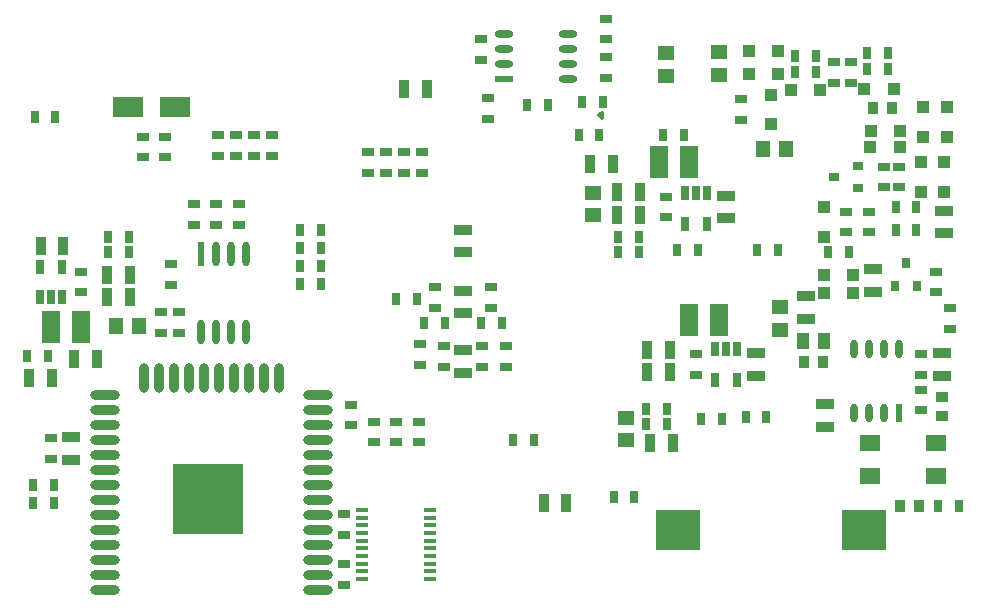
<source format=gbp>
G04 #@! TF.GenerationSoftware,KiCad,Pcbnew,5.0.0-rc2+dfsg1-3*
G04 #@! TF.CreationDate,2018-07-04T13:00:34+02:00*
G04 #@! TF.ProjectId,ulx3s,756C7833732E6B696361645F70636200,rev?*
G04 #@! TF.SameCoordinates,Original*
G04 #@! TF.FileFunction,Paste,Bot*
G04 #@! TF.FilePolarity,Positive*
%FSLAX46Y46*%
G04 Gerber Fmt 4.6, Leading zero omitted, Abs format (unit mm)*
G04 Created by KiCad (PCBNEW 5.0.0-rc2+dfsg1-3) date Wed Jul  4 13:00:34 2018*
%MOMM*%
%LPD*%
G01*
G04 APERTURE LIST*
%ADD10C,0.350000*%
%ADD11R,3.700000X3.500000*%
%ADD12R,1.550000X0.600000*%
%ADD13O,1.550000X0.600000*%
%ADD14R,0.600000X2.100000*%
%ADD15O,0.600000X2.100000*%
%ADD16R,0.600000X1.550000*%
%ADD17O,0.600000X1.550000*%
%ADD18R,1.000000X0.400000*%
%ADD19R,0.700000X1.200000*%
%ADD20O,2.500000X0.900000*%
%ADD21O,0.900000X2.500000*%
%ADD22R,6.000000X6.000000*%
%ADD23R,1.800000X1.400000*%
%ADD24R,0.970000X1.500000*%
%ADD25R,0.670000X1.000000*%
%ADD26R,1.500000X0.970000*%
%ADD27R,1.000000X0.670000*%
%ADD28R,1.000000X1.000000*%
%ADD29R,1.500000X2.700000*%
%ADD30R,1.295000X1.400000*%
%ADD31R,1.400000X1.295000*%
%ADD32R,2.500000X1.800000*%
%ADD33R,0.800000X0.900000*%
%ADD34R,0.900000X0.800000*%
%ADD35R,0.820000X1.000000*%
%ADD36R,1.000000X0.820000*%
%ADD37R,1.120000X1.400000*%
G04 APERTURE END LIST*
D10*
G04 #@! TO.C,GPDI1*
X150296000Y-71062000D02*
X150046000Y-70812000D01*
X150046000Y-70812000D02*
X150296000Y-70562000D01*
X150296000Y-70562000D02*
X150296000Y-71062000D01*
G04 #@! TD*
D11*
G04 #@! TO.C,BAT1*
X172485000Y-105870000D03*
X156685000Y-105870000D03*
G04 #@! TD*
D12*
G04 #@! TO.C,U11*
X141980000Y-67706500D03*
D13*
X141980000Y-66436500D03*
X141980000Y-65166500D03*
X141980000Y-63896500D03*
X147380000Y-63896500D03*
X147380000Y-65166500D03*
X147380000Y-66436500D03*
X147380000Y-67706500D03*
G04 #@! TD*
D14*
G04 #@! TO.C,U10*
X116340000Y-82520000D03*
D15*
X117610000Y-82520000D03*
X118880000Y-82520000D03*
X120150000Y-82520000D03*
X120150000Y-89124000D03*
X118880000Y-89124000D03*
X117610000Y-89124000D03*
X116340000Y-89124000D03*
G04 #@! TD*
D16*
G04 #@! TO.C,U7*
X175395000Y-96015000D03*
D17*
X174125000Y-96015000D03*
X172855000Y-96015000D03*
X171585000Y-96015000D03*
X171585000Y-90615000D03*
X172855000Y-90615000D03*
X174125000Y-90615000D03*
X175395000Y-90615000D03*
G04 #@! TD*
D18*
G04 #@! TO.C,U6*
X129935000Y-104215000D03*
X129935000Y-104865000D03*
X129935000Y-105515000D03*
X129935000Y-106165000D03*
X129935000Y-106815000D03*
X129935000Y-107465000D03*
X129935000Y-108115000D03*
X129935000Y-108765000D03*
X129935000Y-109415000D03*
X129935000Y-110065000D03*
X135735000Y-110065000D03*
X135735000Y-109415000D03*
X135735000Y-108765000D03*
X135735000Y-108115000D03*
X135735000Y-107465000D03*
X135735000Y-106815000D03*
X135735000Y-106165000D03*
X135735000Y-105515000D03*
X135735000Y-104865000D03*
X135735000Y-104215000D03*
G04 #@! TD*
D19*
G04 #@! TO.C,U5*
X157285000Y-77392000D03*
X158235000Y-77392000D03*
X159185000Y-77392000D03*
X159185000Y-79992000D03*
X157285000Y-79992000D03*
G04 #@! TD*
G04 #@! TO.C,U3*
X159825000Y-90600000D03*
X160775000Y-90600000D03*
X161725000Y-90600000D03*
X161725000Y-93200000D03*
X159825000Y-93200000D03*
G04 #@! TD*
G04 #@! TO.C,U4*
X104575000Y-86215000D03*
X103625000Y-86215000D03*
X102675000Y-86215000D03*
X102675000Y-83615000D03*
X104575000Y-83615000D03*
G04 #@! TD*
D20*
G04 #@! TO.C,U9*
X126230000Y-111000000D03*
X126230000Y-109730000D03*
X126230000Y-108460000D03*
X126230000Y-107190000D03*
X126230000Y-105920000D03*
X126230000Y-104650000D03*
X126230000Y-103380000D03*
X126230000Y-102110000D03*
X126230000Y-100840000D03*
X126230000Y-99570000D03*
X126230000Y-98300000D03*
X126230000Y-97030000D03*
X126230000Y-95760000D03*
X126230000Y-94490000D03*
D21*
X122945000Y-93000000D03*
X121675000Y-93000000D03*
X120405000Y-93000000D03*
X119135000Y-93000000D03*
X117865000Y-93000000D03*
X116595000Y-93000000D03*
X115325000Y-93000000D03*
X114055000Y-93000000D03*
X112785000Y-93000000D03*
X111515000Y-93000000D03*
D20*
X108230000Y-94490000D03*
X108230000Y-95760000D03*
X108230000Y-97030000D03*
X108230000Y-98300000D03*
X108230000Y-99570000D03*
X108230000Y-100840000D03*
X108230000Y-102110000D03*
X108230000Y-103380000D03*
X108230000Y-104650000D03*
X108230000Y-105920000D03*
X108230000Y-107190000D03*
X108230000Y-108460000D03*
X108230000Y-109730000D03*
X108230000Y-111000000D03*
D22*
X116930000Y-103300000D03*
G04 #@! TD*
D23*
G04 #@! TO.C,Y2*
X178576000Y-98522000D03*
X172976000Y-98522000D03*
X172976000Y-101322000D03*
X178576000Y-101322000D03*
G04 #@! TD*
D24*
G04 #@! TO.C,C47*
X133546000Y-68550000D03*
X135456000Y-68550000D03*
G04 #@! TD*
G04 #@! TO.C,C1*
X102748500Y-81885000D03*
X104658500Y-81885000D03*
G04 #@! TD*
D25*
G04 #@! TO.C,C2*
X153985000Y-96910000D03*
X155735000Y-96910000D03*
G04 #@! TD*
D24*
G04 #@! TO.C,C3*
X156015000Y-90630000D03*
X154105000Y-90630000D03*
G04 #@! TD*
G04 #@! TO.C,C4*
X154105000Y-92535000D03*
X156015000Y-92535000D03*
G04 #@! TD*
D26*
G04 #@! TO.C,C5*
X163315000Y-90945000D03*
X163315000Y-92855000D03*
G04 #@! TD*
D25*
G04 #@! TO.C,C6*
X151645000Y-82375000D03*
X153395000Y-82375000D03*
G04 #@! TD*
D24*
G04 #@! TO.C,C7*
X153475000Y-79200000D03*
X151565000Y-79200000D03*
G04 #@! TD*
G04 #@! TO.C,C8*
X153475000Y-77295000D03*
X151565000Y-77295000D03*
G04 #@! TD*
D26*
G04 #@! TO.C,C9*
X160775000Y-79520000D03*
X160775000Y-77610000D03*
G04 #@! TD*
D25*
G04 #@! TO.C,C10*
X108465000Y-81105000D03*
X110215000Y-81105000D03*
G04 #@! TD*
D24*
G04 #@! TO.C,C11*
X108385000Y-84280000D03*
X110295000Y-84280000D03*
G04 #@! TD*
G04 #@! TO.C,C12*
X110295000Y-86185000D03*
X108385000Y-86185000D03*
G04 #@! TD*
D26*
G04 #@! TO.C,C13*
X173221000Y-83833000D03*
X173221000Y-85743000D03*
G04 #@! TD*
D27*
G04 #@! TO.C,C14*
X175380000Y-76900000D03*
X175380000Y-75150000D03*
G04 #@! TD*
D26*
G04 #@! TO.C,C15*
X105276000Y-99967000D03*
X105276000Y-98057000D03*
G04 #@! TD*
G04 #@! TO.C,C16*
X167506000Y-88029000D03*
X167506000Y-86119000D03*
G04 #@! TD*
G04 #@! TO.C,C17*
X138500000Y-90665000D03*
X138500000Y-92575000D03*
G04 #@! TD*
D27*
G04 #@! TO.C,C18*
X150589600Y-64359000D03*
X150589600Y-62609000D03*
G04 #@! TD*
D26*
G04 #@! TO.C,C19*
X138500000Y-82375000D03*
X138500000Y-80465000D03*
G04 #@! TD*
G04 #@! TO.C,C20*
X138500000Y-87575000D03*
X138500000Y-85665000D03*
G04 #@! TD*
D24*
G04 #@! TO.C,C21*
X103706000Y-93061000D03*
X101796000Y-93061000D03*
G04 #@! TD*
G04 #@! TO.C,C22*
X154359000Y-98504000D03*
X156269000Y-98504000D03*
G04 #@! TD*
G04 #@! TO.C,C23*
X105591000Y-91392000D03*
X107501000Y-91392000D03*
G04 #@! TD*
G04 #@! TO.C,C24*
X151189000Y-74882000D03*
X149279000Y-74882000D03*
G04 #@! TD*
D27*
G04 #@! TO.C,C25*
X140900000Y-87095000D03*
X140900000Y-85345000D03*
G04 #@! TD*
G04 #@! TO.C,C26*
X136100000Y-87095000D03*
X136100000Y-85345000D03*
G04 #@! TD*
G04 #@! TO.C,C27*
X136900000Y-92095000D03*
X136900000Y-90345000D03*
G04 #@! TD*
G04 #@! TO.C,C28*
X140100000Y-90345000D03*
X140100000Y-92095000D03*
G04 #@! TD*
G04 #@! TO.C,C29*
X142100000Y-92095000D03*
X142100000Y-90345000D03*
G04 #@! TD*
G04 #@! TO.C,C30*
X134900000Y-90145000D03*
X134900000Y-91895000D03*
G04 #@! TD*
D25*
G04 #@! TO.C,C31*
X135225000Y-88420000D03*
X136975000Y-88420000D03*
G04 #@! TD*
G04 #@! TO.C,C32*
X140025000Y-88420000D03*
X141775000Y-88420000D03*
G04 #@! TD*
G04 #@! TO.C,C33*
X163425000Y-82220000D03*
X165175000Y-82220000D03*
G04 #@! TD*
G04 #@! TO.C,C34*
X158375000Y-82220000D03*
X156625000Y-82220000D03*
G04 #@! TD*
D27*
G04 #@! TO.C,C35*
X177300000Y-94025000D03*
X177300000Y-95775000D03*
G04 #@! TD*
D24*
G04 #@! TO.C,C46*
X145342000Y-103584000D03*
X147252000Y-103584000D03*
G04 #@! TD*
D25*
G04 #@! TO.C,C48*
X103995000Y-70963000D03*
X102245000Y-70963000D03*
G04 #@! TD*
G04 #@! TO.C,C49*
X103372000Y-91156000D03*
X101622000Y-91156000D03*
G04 #@! TD*
D27*
G04 #@! TO.C,C50*
X179713000Y-88856000D03*
X179713000Y-87106000D03*
G04 #@! TD*
D25*
G04 #@! TO.C,C51*
X180473000Y-103856000D03*
X178723000Y-103856000D03*
G04 #@! TD*
G04 #@! TO.C,C52*
X158645000Y-96490000D03*
X160395000Y-96490000D03*
G04 #@! TD*
G04 #@! TO.C,C53*
X132827200Y-86330000D03*
X134577200Y-86330000D03*
G04 #@! TD*
D26*
G04 #@! TO.C,C54*
X169172000Y-95281000D03*
X169172000Y-97191000D03*
G04 #@! TD*
G04 #@! TO.C,D11*
X179190000Y-80790000D03*
X179190000Y-78880000D03*
G04 #@! TD*
D28*
G04 #@! TO.C,D10*
X169050000Y-84280000D03*
X171550000Y-84280000D03*
G04 #@! TD*
G04 #@! TO.C,D12*
X169030000Y-78585000D03*
X169030000Y-81085000D03*
G04 #@! TD*
G04 #@! TO.C,D13*
X171550000Y-85804000D03*
X169050000Y-85804000D03*
G04 #@! TD*
G04 #@! TO.C,D14*
X179190000Y-74775000D03*
X179190000Y-77275000D03*
G04 #@! TD*
G04 #@! TO.C,D15*
X177285000Y-77275000D03*
X177285000Y-74775000D03*
G04 #@! TD*
G04 #@! TO.C,D16*
X172987000Y-73503000D03*
X175487000Y-73503000D03*
G04 #@! TD*
G04 #@! TO.C,D17*
X164585000Y-69060000D03*
X164585000Y-71560000D03*
G04 #@! TD*
G04 #@! TO.C,D20*
X168756000Y-68659000D03*
X166256000Y-68659000D03*
G04 #@! TD*
G04 #@! TO.C,D21*
X174979000Y-68550000D03*
X172479000Y-68550000D03*
G04 #@! TD*
G04 #@! TO.C,D23*
X165200000Y-67262000D03*
X162700000Y-67262000D03*
G04 #@! TD*
G04 #@! TO.C,D24*
X162700000Y-65357000D03*
X165200000Y-65357000D03*
G04 #@! TD*
G04 #@! TO.C,D25*
X177412000Y-72594000D03*
X177412000Y-70094000D03*
G04 #@! TD*
G04 #@! TO.C,D26*
X179444000Y-70094000D03*
X179444000Y-72594000D03*
G04 #@! TD*
D27*
G04 #@! TO.C,R49*
X113277000Y-74360000D03*
X113277000Y-72610000D03*
G04 #@! TD*
G04 #@! TO.C,R50*
X111372000Y-72610000D03*
X111372000Y-74360000D03*
G04 #@! TD*
D25*
G04 #@! TO.C,R51*
X155455000Y-72487000D03*
X157205000Y-72487000D03*
G04 #@! TD*
D27*
G04 #@! TO.C,R52*
X171331000Y-66278000D03*
X171331000Y-68028000D03*
G04 #@! TD*
G04 #@! TO.C,R53*
X169919000Y-68028000D03*
X169919000Y-66278000D03*
G04 #@! TD*
D25*
G04 #@! TO.C,R54*
X174477000Y-65502000D03*
X172727000Y-65502000D03*
G04 #@! TD*
D27*
G04 #@! TO.C,R56*
X128390000Y-106321000D03*
X128390000Y-104571000D03*
G04 #@! TD*
G04 #@! TO.C,R57*
X117722000Y-72483000D03*
X117722000Y-74233000D03*
G04 #@! TD*
G04 #@! TO.C,R58*
X119246000Y-74233000D03*
X119246000Y-72483000D03*
G04 #@! TD*
G04 #@! TO.C,R59*
X120770000Y-72483000D03*
X120770000Y-74233000D03*
G04 #@! TD*
G04 #@! TO.C,R60*
X122294000Y-74233000D03*
X122294000Y-72483000D03*
G04 #@! TD*
D25*
G04 #@! TO.C,R61*
X145655000Y-69900000D03*
X143905000Y-69900000D03*
G04 #@! TD*
G04 #@! TO.C,R40*
X166631000Y-65738000D03*
X168381000Y-65738000D03*
G04 #@! TD*
D27*
G04 #@! TO.C,R55*
X134740000Y-96740000D03*
X134740000Y-98490000D03*
G04 #@! TD*
D26*
G04 #@! TO.C,C55*
X179078000Y-90963000D03*
X179078000Y-92873000D03*
G04 #@! TD*
D27*
G04 #@! TO.C,R65*
X177300000Y-92793000D03*
X177300000Y-91043000D03*
G04 #@! TD*
D29*
G04 #@! TO.C,L1*
X160140000Y-88090000D03*
X157600000Y-88090000D03*
G04 #@! TD*
G04 #@! TO.C,L2*
X103625000Y-88725000D03*
X106165000Y-88725000D03*
G04 #@! TD*
G04 #@! TO.C,L3*
X155060000Y-74755000D03*
X157600000Y-74755000D03*
G04 #@! TD*
D25*
G04 #@! TO.C,R1*
X171175000Y-82375000D03*
X169425000Y-82375000D03*
G04 #@! TD*
D27*
G04 #@! TO.C,R2*
X172840000Y-78960000D03*
X172840000Y-80710000D03*
G04 #@! TD*
G04 #@! TO.C,R3*
X162045000Y-71185000D03*
X162045000Y-69435000D03*
G04 #@! TD*
D25*
G04 #@! TO.C,R4*
X176890000Y-80470000D03*
X175140000Y-80470000D03*
G04 #@! TD*
D27*
G04 #@! TO.C,R5*
X174110000Y-75150000D03*
X174110000Y-76900000D03*
G04 #@! TD*
G04 #@! TO.C,R6*
X178555000Y-85790000D03*
X178555000Y-84040000D03*
G04 #@! TD*
G04 #@! TO.C,R7*
X113785000Y-85155000D03*
X113785000Y-83405000D03*
G04 #@! TD*
G04 #@! TO.C,R8*
X170935000Y-80710000D03*
X170935000Y-78960000D03*
G04 #@! TD*
G04 #@! TO.C,R9*
X128390000Y-110555000D03*
X128390000Y-108805000D03*
G04 #@! TD*
D25*
G04 #@! TO.C,R10*
X151264000Y-103076000D03*
X153014000Y-103076000D03*
G04 #@! TD*
D27*
G04 #@! TO.C,R11*
X119515000Y-80093000D03*
X119515000Y-78343000D03*
G04 #@! TD*
G04 #@! TO.C,R12*
X114420000Y-89219000D03*
X114420000Y-87469000D03*
G04 #@! TD*
D25*
G04 #@! TO.C,R13*
X175140000Y-78565000D03*
X176890000Y-78565000D03*
G04 #@! TD*
G04 #@! TO.C,R14*
X124721000Y-85060000D03*
X126471000Y-85060000D03*
G04 #@! TD*
G04 #@! TO.C,R15*
X126471000Y-83536000D03*
X124721000Y-83536000D03*
G04 #@! TD*
G04 #@! TO.C,R16*
X124721000Y-82012000D03*
X126471000Y-82012000D03*
G04 #@! TD*
G04 #@! TO.C,R17*
X126471000Y-80470000D03*
X124721000Y-80470000D03*
G04 #@! TD*
D27*
G04 #@! TO.C,R18*
X130422000Y-73898000D03*
X130422000Y-75648000D03*
G04 #@! TD*
G04 #@! TO.C,R19*
X131961000Y-73898000D03*
X131961000Y-75648000D03*
G04 #@! TD*
G04 #@! TO.C,R20*
X133485000Y-73898000D03*
X133485000Y-75648000D03*
G04 #@! TD*
G04 #@! TO.C,R21*
X135009000Y-75648000D03*
X135009000Y-73898000D03*
G04 #@! TD*
G04 #@! TO.C,R22*
X140025500Y-66105000D03*
X140025500Y-64355000D03*
G04 #@! TD*
G04 #@! TO.C,R23*
X140597000Y-71076000D03*
X140597000Y-69326000D03*
G04 #@! TD*
G04 #@! TO.C,R24*
X150615000Y-67647000D03*
X150615000Y-65897000D03*
G04 #@! TD*
D25*
G04 #@! TO.C,R25*
X148300000Y-72487000D03*
X150050000Y-72487000D03*
G04 #@! TD*
G04 #@! TO.C,R26*
X150362000Y-69693000D03*
X148612000Y-69693000D03*
G04 #@! TD*
D27*
G04 #@! TO.C,R27*
X129025000Y-95300000D03*
X129025000Y-97050000D03*
G04 #@! TD*
G04 #@! TO.C,R28*
X117595000Y-78343000D03*
X117595000Y-80093000D03*
G04 #@! TD*
G04 #@! TO.C,R29*
X112896000Y-89219000D03*
X112896000Y-87469000D03*
G04 #@! TD*
G04 #@! TO.C,R30*
X115690000Y-78343000D03*
X115690000Y-80093000D03*
G04 #@! TD*
D25*
G04 #@! TO.C,R31*
X142755000Y-98250000D03*
X144505000Y-98250000D03*
G04 #@! TD*
D27*
G04 #@! TO.C,R32*
X132835000Y-98490000D03*
X132835000Y-96740000D03*
G04 #@! TD*
G04 #@! TO.C,R33*
X130930000Y-96740000D03*
X130930000Y-98490000D03*
G04 #@! TD*
D25*
G04 #@! TO.C,R34*
X102115000Y-103600000D03*
X103865000Y-103600000D03*
G04 #@! TD*
G04 #@! TO.C,R35*
X102115000Y-102060000D03*
X103865000Y-102060000D03*
G04 #@! TD*
D27*
G04 #@! TO.C,R38*
X103576500Y-99905000D03*
X103576500Y-98155000D03*
G04 #@! TD*
D25*
G04 #@! TO.C,R39*
X164190000Y-96345000D03*
X162440000Y-96345000D03*
G04 #@! TD*
G04 #@! TO.C,R63*
X168381000Y-67135000D03*
X166631000Y-67135000D03*
G04 #@! TD*
G04 #@! TO.C,R64*
X174475000Y-66899000D03*
X172725000Y-66899000D03*
G04 #@! TD*
G04 #@! TO.C,RA1*
X153985000Y-95640000D03*
X155735000Y-95640000D03*
G04 #@! TD*
G04 #@! TO.C,RA2*
X110215000Y-82375000D03*
X108465000Y-82375000D03*
G04 #@! TD*
G04 #@! TO.C,RA3*
X151645000Y-81105000D03*
X153395000Y-81105000D03*
G04 #@! TD*
D27*
G04 #@! TO.C,RB1*
X158235000Y-92775000D03*
X158235000Y-91025000D03*
G04 #@! TD*
G04 #@! TO.C,RB2*
X106165000Y-85790000D03*
X106165000Y-84040000D03*
G04 #@! TD*
G04 #@! TO.C,RB3*
X155695000Y-79440000D03*
X155695000Y-77690000D03*
G04 #@! TD*
D30*
G04 #@! TO.C,RD9*
X165821500Y-73630000D03*
X163886500Y-73630000D03*
G04 #@! TD*
D31*
G04 #@! TO.C,RD51*
X155710000Y-65550500D03*
X155710000Y-67485500D03*
G04 #@! TD*
G04 #@! TO.C,RD52*
X160155000Y-67358500D03*
X160155000Y-65423500D03*
G04 #@! TD*
G04 #@! TO.C,RP1*
X152281000Y-96393500D03*
X152281000Y-98328500D03*
G04 #@! TD*
D30*
G04 #@! TO.C,RP2*
X111069500Y-88598000D03*
X109134500Y-88598000D03*
G04 #@! TD*
D31*
G04 #@! TO.C,RP3*
X149472000Y-77343500D03*
X149472000Y-79278500D03*
G04 #@! TD*
D32*
G04 #@! TO.C,D8*
X110149000Y-70074000D03*
X114149000Y-70074000D03*
G04 #@! TD*
D33*
G04 #@! TO.C,Q1*
X176015000Y-83280000D03*
X175065000Y-85280000D03*
X176965000Y-85280000D03*
G04 #@! TD*
D34*
G04 #@! TO.C,Q2*
X171935000Y-75075000D03*
X171935000Y-76975000D03*
X169935000Y-76025000D03*
G04 #@! TD*
D28*
G04 #@! TO.C,D27*
X175502000Y-72106000D03*
X173002000Y-72106000D03*
G04 #@! TD*
D35*
G04 #@! TO.C,R66*
X173198000Y-70201000D03*
X174798000Y-70201000D03*
G04 #@! TD*
D36*
G04 #@! TO.C,C56*
X179078000Y-96274000D03*
X179078000Y-94674000D03*
G04 #@! TD*
D35*
G04 #@! TO.C,C57*
X177084000Y-103856000D03*
X175484000Y-103856000D03*
G04 #@! TD*
D37*
G04 #@! TO.C,C58*
X167276000Y-89886000D03*
X169036000Y-89886000D03*
G04 #@! TD*
D35*
G04 #@! TO.C,C59*
X167356000Y-91664000D03*
X168956000Y-91664000D03*
G04 #@! TD*
D31*
G04 #@! TO.C,L4*
X165362000Y-87013500D03*
X165362000Y-88948500D03*
G04 #@! TD*
M02*

</source>
